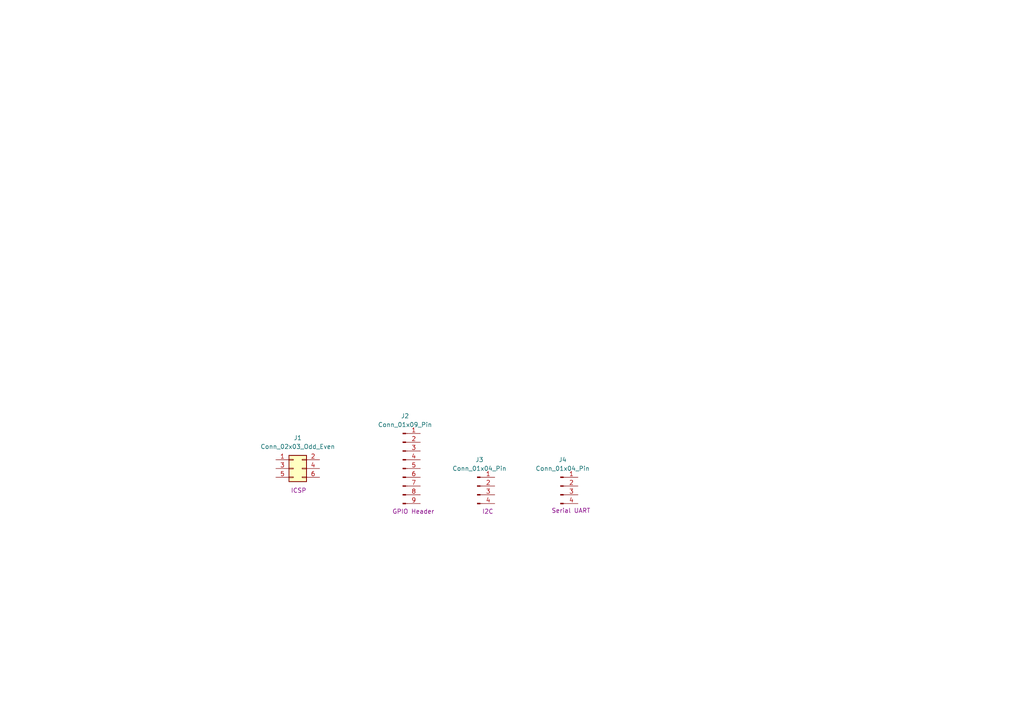
<source format=kicad_sch>
(kicad_sch (version 20250114) (generator "eeschema") (generator_version "9.0")
  (paper "A4")
  (lib_symbols
    (symbol "Connector:Conn_01x04_Pin" (pin_names (offset 1.016) (hide yes))
      (property "Reference" "J" (at 0 5.08 0))
      (property "Value" "Conn_01x04_Pin" (at 0 -7.62 0))
      (symbol "Conn_01x04_Pin_1_1"
        (rectangle (start 0.8636 2.667) (end 0 2.413) (stroke (width 0.1524)) (fill (type outline)))
        (rectangle (start 0.8636 0.127) (end 0 -0.127) (stroke (width 0.1524)) (fill (type outline)))
        (rectangle (start 0.8636 -2.413) (end 0 -2.667) (stroke (width 0.1524)) (fill (type outline)))
        (rectangle (start 0.8636 -4.953) (end 0 -5.207) (stroke (width 0.1524)) (fill (type outline)))
        (polyline (pts (xy 1.27 2.54) (xy 0.8636 2.54)) (stroke (width 0.1524)))
        (polyline (pts (xy 1.27 0) (xy 0.8636 0)) (stroke (width 0.1524)))
        (polyline (pts (xy 1.27 -2.54) (xy 0.8636 -2.54)) (stroke (width 0.1524)))
        (polyline (pts (xy 1.27 -5.08) (xy 0.8636 -5.08)) (stroke (width 0.1524)))
        (pin passive line (at 5.08 2.54 180) (length 3.81) (name "Pin_1") (number "1"))
        (pin passive line (at 5.08 0 180) (length 3.81) (name "Pin_2") (number "2"))
        (pin passive line (at 5.08 -2.54 180) (length 3.81) (name "Pin_3") (number "3"))
        (pin passive line (at 5.08 -5.08 180) (length 3.81) (name "Pin_4") (number "4"))
      )
    )
    (symbol "Connector:Conn_01x09_Pin" (pin_names (offset 1.016) (hide yes))
      (property "Reference" "J" (at 0 12.7 0))
      (property "Value" "Conn_01x09_Pin" (at 0 -12.7 0))
      (symbol "Conn_01x09_Pin_1_1"
        (rectangle (start 0.8636 10.287) (end 0 10.033) (stroke (width 0.1524)) (fill (type outline)))
        (rectangle (start 0.8636 7.747) (end 0 7.493) (stroke (width 0.1524)) (fill (type outline)))
        (rectangle (start 0.8636 5.207) (end 0 4.953) (stroke (width 0.1524)) (fill (type outline)))
        (rectangle (start 0.8636 2.667) (end 0 2.413) (stroke (width 0.1524)) (fill (type outline)))
        (rectangle (start 0.8636 0.127) (end 0 -0.127) (stroke (width 0.1524)) (fill (type outline)))
        (rectangle (start 0.8636 -2.413) (end 0 -2.667) (stroke (width 0.1524)) (fill (type outline)))
        (rectangle (start 0.8636 -4.953) (end 0 -5.207) (stroke (width 0.1524)) (fill (type outline)))
        (rectangle (start 0.8636 -7.493) (end 0 -7.747) (stroke (width 0.1524)) (fill (type outline)))
        (rectangle (start 0.8636 -10.033) (end 0 -10.287) (stroke (width 0.1524)) (fill (type outline)))
        (polyline (pts (xy 1.27 10.16) (xy 0.8636 10.16)) (stroke (width 0.1524)))
        (polyline (pts (xy 1.27 7.62) (xy 0.8636 7.62)) (stroke (width 0.1524)))
        (polyline (pts (xy 1.27 5.08) (xy 0.8636 5.08)) (stroke (width 0.1524)))
        (polyline (pts (xy 1.27 2.54) (xy 0.8636 2.54)) (stroke (width 0.1524)))
        (polyline (pts (xy 1.27 0) (xy 0.8636 0)) (stroke (width 0.1524)))
        (polyline (pts (xy 1.27 -2.54) (xy 0.8636 -2.54)) (stroke (width 0.1524)))
        (polyline (pts (xy 1.27 -5.08) (xy 0.8636 -5.08)) (stroke (width 0.1524)))
        (polyline (pts (xy 1.27 -7.62) (xy 0.8636 -7.62)) (stroke (width 0.1524)))
        (polyline (pts (xy 1.27 -10.16) (xy 0.8636 -10.16)) (stroke (width 0.1524)))
        (pin passive line (at 5.08 10.16 180) (length 3.81) (name "Pin_1") (number "1"))
        (pin passive line (at 5.08 7.62 180) (length 3.81) (name "Pin_2") (number "2"))
        (pin passive line (at 5.08 5.08 180) (length 3.81) (name "Pin_3") (number "3"))
        (pin passive line (at 5.08 2.54 180) (length 3.81) (name "Pin_4") (number "4"))
        (pin passive line (at 5.08 0 180) (length 3.81) (name "Pin_5") (number "5"))
        (pin passive line (at 5.08 -2.54 180) (length 3.81) (name "Pin_6") (number "6"))
        (pin passive line (at 5.08 -5.08 180) (length 3.81) (name "Pin_7") (number "7"))
        (pin passive line (at 5.08 -7.62 180) (length 3.81) (name "Pin_8") (number "8"))
        (pin passive line (at 5.08 -10.16 180) (length 3.81) (name "Pin_9") (number "9"))
      )
    )
    (symbol "Connector_Generic:Conn_02x03_Odd_Even" (pin_names (offset 1.016) (hide yes))
      (property "Reference" "J" (at 1.27 5.08 0))
      (property "Value" "Conn_02x03_Odd_Even" (at 1.27 -5.08 0))
      (symbol "Conn_02x03_Odd_Even_1_1"
        (rectangle (start -1.27 3.81) (end 3.81 -3.81) (stroke (width 0.254)) (fill (type background)))
        (rectangle (start -1.27 2.667) (end 0 2.413) (stroke (width 0.1524)))
        (rectangle (start -1.27 0.127) (end 0 -0.127) (stroke (width 0.1524)))
        (rectangle (start -1.27 -2.413) (end 0 -2.667) (stroke (width 0.1524)))
        (rectangle (start 3.81 2.667) (end 2.54 2.413) (stroke (width 0.1524)))
        (rectangle (start 3.81 0.127) (end 2.54 -0.127) (stroke (width 0.1524)))
        (rectangle (start 3.81 -2.413) (end 2.54 -2.667) (stroke (width 0.1524)))
        (pin passive line (at -5.08 2.54 0) (length 3.81) (name "Pin_1") (number "1"))
        (pin passive line (at -5.08 0 0) (length 3.81) (name "Pin_3") (number "3"))
        (pin passive line (at -5.08 -2.54 0) (length 3.81) (name "Pin_5") (number "5"))
        (pin passive line (at 7.62 2.54 180) (length 3.81) (name "Pin_2") (number "2"))
        (pin passive line (at 7.62 0 180) (length 3.81) (name "Pin_4") (number "4"))
        (pin passive line (at 7.62 -2.54 180) (length 3.81) (name "Pin_6") (number "6"))
      )
    )
  )
  (symbol (lib_id "Connector_Generic:Conn_02x03_Odd_Even") (at 85.09 135.89 0) (unit 1)
    (property "Reference" "J1" (at 86.36 127 0))
    (property "Value" "Conn_02x03_Odd_Even" (at 86.36 129.54 0))
    (property "Footprint" "Connector_PinHeader_2.54mm:PinHeader_2x03_P2.54mm_Vertical" (effects (hide yes)))
    (property "Description" "ICSP" (at 86.614 142.24 0))
  )
  (symbol (lib_id "Connector:Conn_01x04_Pin") (at 138.43 140.97 0) (unit 1)
    (property "Reference" "J3" (at 139.065 133.35 0))
    (property "Value" "Conn_01x04_Pin" (at 139.065 135.89 0))
    (property "Footprint" "Connector_PinHeader_2.54mm:PinHeader_1x04_P2.54mm_Vertical" (effects (hide yes)))
    (property "Description" "I2C" (at 141.478 148.336 0))
  )
  (symbol (lib_id "Connector:Conn_01x04_Pin") (at 162.56 140.97 0) (unit 1)
    (property "Reference" "J4" (at 163.195 133.35 0))
    (property "Value" "Conn_01x04_Pin" (at 163.195 135.89 0))
    (property "Footprint" "Connector_PinHeader_2.54mm:PinHeader_1x04_P2.54mm_Vertical" (effects (hide yes)))
    (property "Description" "Serial UART" (at 165.608 148.082 0))
  )
  (symbol (lib_id "Connector:Conn_01x09_Pin") (at 116.84 135.89 0) (unit 1)
    (property "Reference" "J2" (at 117.475 120.65 0))
    (property "Value" "Conn_01x09_Pin" (at 117.475 123.19 0))
    (property "Footprint" "Connector_PinHeader_2.54mm:PinHeader_1x09_P2.54mm_Vertical" (effects (hide yes)))
    (property "Description" "GPIO Header" (at 119.888 148.336 0))
  )
)
</source>
